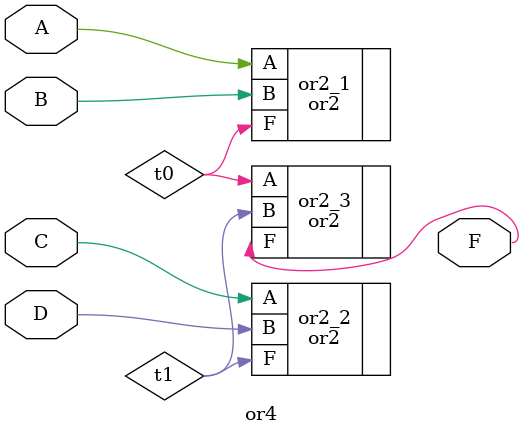
<source format=v>
`timescale 1ns / 1ps

module or4
  (input A, B, C, D, 
   output F);

wire t0, t1;

or2 or2_1 (.A(A), .B(B), .F(t0));
or2 or2_2 (.A(C),.B(D), .F(t1));
or2 or2_3 (.A(t0), .B(t1), .F(F));

endmodule

</source>
